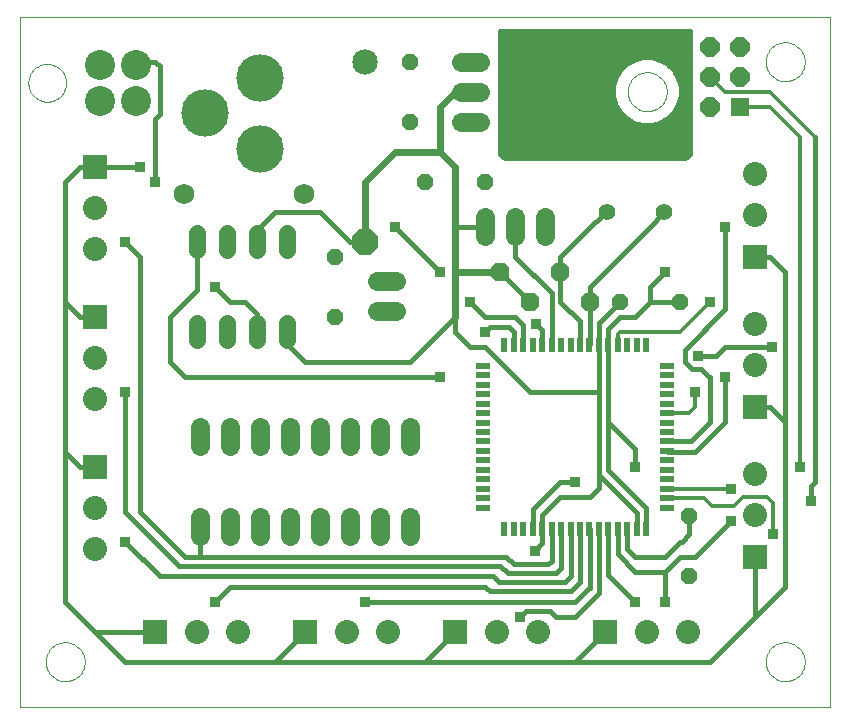
<source format=gtl>
G75*
G70*
%OFA0B0*%
%FSLAX24Y24*%
%IPPOS*%
%LPD*%
%AMOC8*
5,1,8,0,0,1.08239X$1,22.5*
%
%ADD10C,0.0000*%
%ADD11C,0.0560*%
%ADD12OC8,0.0630*%
%ADD13C,0.0680*%
%ADD14R,0.0220X0.0470*%
%ADD15R,0.0470X0.0220*%
%ADD16C,0.0560*%
%ADD17C,0.1000*%
%ADD18C,0.0640*%
%ADD19R,0.0640X0.0640*%
%ADD20OC8,0.0640*%
%ADD21C,0.0850*%
%ADD22OC8,0.0850*%
%ADD23OC8,0.0560*%
%ADD24R,0.0800X0.0800*%
%ADD25C,0.0800*%
%ADD26C,0.0622*%
%ADD27C,0.1580*%
%ADD28C,0.0160*%
%ADD29R,0.0360X0.0360*%
%ADD30C,0.0120*%
%ADD31C,0.0240*%
D10*
X000343Y000343D02*
X000343Y023343D01*
X027343Y023343D01*
X027343Y000343D01*
X000343Y000343D01*
X001193Y001843D02*
X001195Y001893D01*
X001201Y001943D01*
X001211Y001993D01*
X001224Y002041D01*
X001241Y002089D01*
X001262Y002135D01*
X001286Y002179D01*
X001314Y002221D01*
X001345Y002261D01*
X001379Y002298D01*
X001416Y002333D01*
X001455Y002364D01*
X001496Y002393D01*
X001540Y002418D01*
X001586Y002440D01*
X001633Y002458D01*
X001681Y002472D01*
X001730Y002483D01*
X001780Y002490D01*
X001830Y002493D01*
X001881Y002492D01*
X001931Y002487D01*
X001981Y002478D01*
X002029Y002466D01*
X002077Y002449D01*
X002123Y002429D01*
X002168Y002406D01*
X002211Y002379D01*
X002251Y002349D01*
X002289Y002316D01*
X002324Y002280D01*
X002357Y002241D01*
X002386Y002200D01*
X002412Y002157D01*
X002435Y002112D01*
X002454Y002065D01*
X002469Y002017D01*
X002481Y001968D01*
X002489Y001918D01*
X002493Y001868D01*
X002493Y001818D01*
X002489Y001768D01*
X002481Y001718D01*
X002469Y001669D01*
X002454Y001621D01*
X002435Y001574D01*
X002412Y001529D01*
X002386Y001486D01*
X002357Y001445D01*
X002324Y001406D01*
X002289Y001370D01*
X002251Y001337D01*
X002211Y001307D01*
X002168Y001280D01*
X002123Y001257D01*
X002077Y001237D01*
X002029Y001220D01*
X001981Y001208D01*
X001931Y001199D01*
X001881Y001194D01*
X001830Y001193D01*
X001780Y001196D01*
X001730Y001203D01*
X001681Y001214D01*
X001633Y001228D01*
X001586Y001246D01*
X001540Y001268D01*
X001496Y001293D01*
X001455Y001322D01*
X001416Y001353D01*
X001379Y001388D01*
X001345Y001425D01*
X001314Y001465D01*
X001286Y001507D01*
X001262Y001551D01*
X001241Y001597D01*
X001224Y001645D01*
X001211Y001693D01*
X001201Y001743D01*
X001195Y001793D01*
X001193Y001843D01*
X020593Y020843D02*
X020595Y020893D01*
X020601Y020943D01*
X020611Y020993D01*
X020624Y021041D01*
X020641Y021089D01*
X020662Y021135D01*
X020686Y021179D01*
X020714Y021221D01*
X020745Y021261D01*
X020779Y021298D01*
X020816Y021333D01*
X020855Y021364D01*
X020896Y021393D01*
X020940Y021418D01*
X020986Y021440D01*
X021033Y021458D01*
X021081Y021472D01*
X021130Y021483D01*
X021180Y021490D01*
X021230Y021493D01*
X021281Y021492D01*
X021331Y021487D01*
X021381Y021478D01*
X021429Y021466D01*
X021477Y021449D01*
X021523Y021429D01*
X021568Y021406D01*
X021611Y021379D01*
X021651Y021349D01*
X021689Y021316D01*
X021724Y021280D01*
X021757Y021241D01*
X021786Y021200D01*
X021812Y021157D01*
X021835Y021112D01*
X021854Y021065D01*
X021869Y021017D01*
X021881Y020968D01*
X021889Y020918D01*
X021893Y020868D01*
X021893Y020818D01*
X021889Y020768D01*
X021881Y020718D01*
X021869Y020669D01*
X021854Y020621D01*
X021835Y020574D01*
X021812Y020529D01*
X021786Y020486D01*
X021757Y020445D01*
X021724Y020406D01*
X021689Y020370D01*
X021651Y020337D01*
X021611Y020307D01*
X021568Y020280D01*
X021523Y020257D01*
X021477Y020237D01*
X021429Y020220D01*
X021381Y020208D01*
X021331Y020199D01*
X021281Y020194D01*
X021230Y020193D01*
X021180Y020196D01*
X021130Y020203D01*
X021081Y020214D01*
X021033Y020228D01*
X020986Y020246D01*
X020940Y020268D01*
X020896Y020293D01*
X020855Y020322D01*
X020816Y020353D01*
X020779Y020388D01*
X020745Y020425D01*
X020714Y020465D01*
X020686Y020507D01*
X020662Y020551D01*
X020641Y020597D01*
X020624Y020645D01*
X020611Y020693D01*
X020601Y020743D01*
X020595Y020793D01*
X020593Y020843D01*
X025193Y021843D02*
X025195Y021893D01*
X025201Y021943D01*
X025211Y021993D01*
X025224Y022041D01*
X025241Y022089D01*
X025262Y022135D01*
X025286Y022179D01*
X025314Y022221D01*
X025345Y022261D01*
X025379Y022298D01*
X025416Y022333D01*
X025455Y022364D01*
X025496Y022393D01*
X025540Y022418D01*
X025586Y022440D01*
X025633Y022458D01*
X025681Y022472D01*
X025730Y022483D01*
X025780Y022490D01*
X025830Y022493D01*
X025881Y022492D01*
X025931Y022487D01*
X025981Y022478D01*
X026029Y022466D01*
X026077Y022449D01*
X026123Y022429D01*
X026168Y022406D01*
X026211Y022379D01*
X026251Y022349D01*
X026289Y022316D01*
X026324Y022280D01*
X026357Y022241D01*
X026386Y022200D01*
X026412Y022157D01*
X026435Y022112D01*
X026454Y022065D01*
X026469Y022017D01*
X026481Y021968D01*
X026489Y021918D01*
X026493Y021868D01*
X026493Y021818D01*
X026489Y021768D01*
X026481Y021718D01*
X026469Y021669D01*
X026454Y021621D01*
X026435Y021574D01*
X026412Y021529D01*
X026386Y021486D01*
X026357Y021445D01*
X026324Y021406D01*
X026289Y021370D01*
X026251Y021337D01*
X026211Y021307D01*
X026168Y021280D01*
X026123Y021257D01*
X026077Y021237D01*
X026029Y021220D01*
X025981Y021208D01*
X025931Y021199D01*
X025881Y021194D01*
X025830Y021193D01*
X025780Y021196D01*
X025730Y021203D01*
X025681Y021214D01*
X025633Y021228D01*
X025586Y021246D01*
X025540Y021268D01*
X025496Y021293D01*
X025455Y021322D01*
X025416Y021353D01*
X025379Y021388D01*
X025345Y021425D01*
X025314Y021465D01*
X025286Y021507D01*
X025262Y021551D01*
X025241Y021597D01*
X025224Y021645D01*
X025211Y021693D01*
X025201Y021743D01*
X025195Y021793D01*
X025193Y021843D01*
X025193Y001843D02*
X025195Y001893D01*
X025201Y001943D01*
X025211Y001993D01*
X025224Y002041D01*
X025241Y002089D01*
X025262Y002135D01*
X025286Y002179D01*
X025314Y002221D01*
X025345Y002261D01*
X025379Y002298D01*
X025416Y002333D01*
X025455Y002364D01*
X025496Y002393D01*
X025540Y002418D01*
X025586Y002440D01*
X025633Y002458D01*
X025681Y002472D01*
X025730Y002483D01*
X025780Y002490D01*
X025830Y002493D01*
X025881Y002492D01*
X025931Y002487D01*
X025981Y002478D01*
X026029Y002466D01*
X026077Y002449D01*
X026123Y002429D01*
X026168Y002406D01*
X026211Y002379D01*
X026251Y002349D01*
X026289Y002316D01*
X026324Y002280D01*
X026357Y002241D01*
X026386Y002200D01*
X026412Y002157D01*
X026435Y002112D01*
X026454Y002065D01*
X026469Y002017D01*
X026481Y001968D01*
X026489Y001918D01*
X026493Y001868D01*
X026493Y001818D01*
X026489Y001768D01*
X026481Y001718D01*
X026469Y001669D01*
X026454Y001621D01*
X026435Y001574D01*
X026412Y001529D01*
X026386Y001486D01*
X026357Y001445D01*
X026324Y001406D01*
X026289Y001370D01*
X026251Y001337D01*
X026211Y001307D01*
X026168Y001280D01*
X026123Y001257D01*
X026077Y001237D01*
X026029Y001220D01*
X025981Y001208D01*
X025931Y001199D01*
X025881Y001194D01*
X025830Y001193D01*
X025780Y001196D01*
X025730Y001203D01*
X025681Y001214D01*
X025633Y001228D01*
X025586Y001246D01*
X025540Y001268D01*
X025496Y001293D01*
X025455Y001322D01*
X025416Y001353D01*
X025379Y001388D01*
X025345Y001425D01*
X025314Y001465D01*
X025286Y001507D01*
X025262Y001551D01*
X025241Y001597D01*
X025224Y001645D01*
X025211Y001693D01*
X025201Y001743D01*
X025195Y001793D01*
X025193Y001843D01*
X000610Y021140D02*
X000612Y021190D01*
X000618Y021240D01*
X000628Y021289D01*
X000642Y021337D01*
X000659Y021384D01*
X000680Y021429D01*
X000705Y021473D01*
X000733Y021514D01*
X000765Y021553D01*
X000799Y021590D01*
X000836Y021624D01*
X000876Y021654D01*
X000918Y021681D01*
X000962Y021705D01*
X001008Y021726D01*
X001055Y021742D01*
X001103Y021755D01*
X001153Y021764D01*
X001202Y021769D01*
X001253Y021770D01*
X001303Y021767D01*
X001352Y021760D01*
X001401Y021749D01*
X001449Y021734D01*
X001495Y021716D01*
X001540Y021694D01*
X001583Y021668D01*
X001624Y021639D01*
X001663Y021607D01*
X001699Y021572D01*
X001731Y021534D01*
X001761Y021494D01*
X001788Y021451D01*
X001811Y021407D01*
X001830Y021361D01*
X001846Y021313D01*
X001858Y021264D01*
X001866Y021215D01*
X001870Y021165D01*
X001870Y021115D01*
X001866Y021065D01*
X001858Y021016D01*
X001846Y020967D01*
X001830Y020919D01*
X001811Y020873D01*
X001788Y020829D01*
X001761Y020786D01*
X001731Y020746D01*
X001699Y020708D01*
X001663Y020673D01*
X001624Y020641D01*
X001583Y020612D01*
X001540Y020586D01*
X001495Y020564D01*
X001449Y020546D01*
X001401Y020531D01*
X001352Y020520D01*
X001303Y020513D01*
X001253Y020510D01*
X001202Y020511D01*
X001153Y020516D01*
X001103Y020525D01*
X001055Y020538D01*
X001008Y020554D01*
X000962Y020575D01*
X000918Y020599D01*
X000876Y020626D01*
X000836Y020656D01*
X000799Y020690D01*
X000765Y020727D01*
X000733Y020766D01*
X000705Y020807D01*
X000680Y020851D01*
X000659Y020896D01*
X000642Y020943D01*
X000628Y020991D01*
X000618Y021040D01*
X000612Y021090D01*
X000610Y021140D01*
D11*
X019893Y016843D03*
X021793Y016843D03*
D12*
X019343Y013843D03*
X018343Y014843D03*
X017343Y013843D03*
X016343Y014843D03*
D13*
X009793Y017443D03*
X005793Y017443D03*
D14*
X016480Y012414D03*
X016795Y012414D03*
X017110Y012414D03*
X017425Y012414D03*
X017740Y012414D03*
X018055Y012414D03*
X018370Y012414D03*
X018685Y012414D03*
X019000Y012414D03*
X019315Y012414D03*
X019630Y012414D03*
X019945Y012414D03*
X020260Y012414D03*
X020575Y012414D03*
X020890Y012414D03*
X021205Y012414D03*
X021205Y006272D03*
X020890Y006272D03*
X020575Y006272D03*
X020260Y006272D03*
X019945Y006272D03*
X019630Y006272D03*
X019315Y006272D03*
X019000Y006272D03*
X018685Y006272D03*
X018370Y006272D03*
X018055Y006272D03*
X017740Y006272D03*
X017425Y006272D03*
X017110Y006272D03*
X016795Y006272D03*
X016480Y006272D03*
D15*
X015772Y006980D03*
X015772Y007295D03*
X015772Y007610D03*
X015772Y007925D03*
X015772Y008240D03*
X015772Y008555D03*
X015772Y008870D03*
X015772Y009185D03*
X015772Y009500D03*
X015772Y009815D03*
X015772Y010130D03*
X015772Y010445D03*
X015772Y010760D03*
X015772Y011075D03*
X015772Y011390D03*
X015772Y011705D03*
X021914Y011705D03*
X021914Y011390D03*
X021914Y011075D03*
X021914Y010760D03*
X021914Y010445D03*
X021914Y010130D03*
X021914Y009815D03*
X021914Y009500D03*
X021914Y009185D03*
X021914Y008870D03*
X021914Y008555D03*
X021914Y008240D03*
X021914Y007925D03*
X021914Y007610D03*
X021914Y007295D03*
X021914Y006980D03*
D16*
X009243Y012563D02*
X009243Y013123D01*
X008243Y013123D02*
X008243Y012563D01*
X007243Y012563D02*
X007243Y013123D01*
X006243Y013123D02*
X006243Y012563D01*
X006243Y015563D02*
X006243Y016123D01*
X007243Y016123D02*
X007243Y015563D01*
X008243Y015563D02*
X008243Y016123D01*
X009243Y016123D02*
X009243Y015563D01*
D17*
X004193Y020549D03*
X004193Y021730D03*
X003012Y021730D03*
X003012Y020549D03*
D18*
X012223Y014543D02*
X012863Y014543D01*
X012863Y013543D02*
X012223Y013543D01*
X015843Y016023D02*
X015843Y016663D01*
X016843Y016663D02*
X016843Y016023D01*
X017843Y016023D02*
X017843Y016663D01*
X015663Y019843D02*
X015023Y019843D01*
X015023Y020843D02*
X015663Y020843D01*
X015663Y021843D02*
X015023Y021843D01*
D19*
X024343Y020343D03*
D20*
X023343Y020343D03*
X023343Y021343D03*
X024343Y021343D03*
X024343Y022343D03*
X023343Y022343D03*
D21*
X011843Y021843D03*
D22*
X011843Y015843D03*
D23*
X010843Y015343D03*
X010843Y013343D03*
X013843Y017843D03*
X015843Y017843D03*
X013343Y019843D03*
X013343Y021843D03*
X020343Y013843D03*
X022343Y013843D03*
X022643Y006693D03*
X022643Y004693D03*
D24*
X024843Y005343D03*
X019843Y002843D03*
X014843Y002843D03*
X009843Y002843D03*
X004843Y002843D03*
X002843Y008343D03*
X002843Y013343D03*
X002843Y018343D03*
X024843Y015343D03*
X024843Y010343D03*
D25*
X024843Y011721D03*
X024843Y013099D03*
X024843Y016721D03*
X024843Y018099D03*
X024843Y008099D03*
X024843Y006721D03*
X022599Y002843D03*
X021221Y002843D03*
X017599Y002843D03*
X016221Y002843D03*
X012599Y002843D03*
X011221Y002843D03*
X007599Y002843D03*
X006221Y002843D03*
X002843Y005587D03*
X002843Y006965D03*
X002843Y010587D03*
X002843Y011965D03*
X002843Y015587D03*
X002843Y016965D03*
D26*
X006343Y009654D02*
X006343Y009032D01*
X007343Y009032D02*
X007343Y009654D01*
X008343Y009654D02*
X008343Y009032D01*
X009343Y009032D02*
X009343Y009654D01*
X010343Y009654D02*
X010343Y009032D01*
X011343Y009032D02*
X011343Y009654D01*
X012343Y009654D02*
X012343Y009032D01*
X013343Y009032D02*
X013343Y009654D01*
X013343Y006654D02*
X013343Y006032D01*
X012343Y006032D02*
X012343Y006654D01*
X011343Y006654D02*
X011343Y006032D01*
X010343Y006032D02*
X010343Y006654D01*
X009343Y006654D02*
X009343Y006032D01*
X008343Y006032D02*
X008343Y006654D01*
X007343Y006654D02*
X007343Y006032D01*
X006343Y006032D02*
X006343Y006654D01*
D27*
X008343Y018949D03*
X006492Y020130D03*
X008343Y021311D03*
D28*
X004993Y021693D02*
X004993Y020093D01*
X004843Y019943D01*
X004843Y017843D01*
X004343Y018343D02*
X002843Y018343D01*
X002343Y018343D01*
X001843Y017843D01*
X001843Y013843D01*
X001843Y008843D01*
X001843Y003843D01*
X002843Y002843D01*
X003843Y001843D01*
X008843Y001843D01*
X013843Y001843D01*
X018843Y001843D01*
X023343Y001843D01*
X024843Y003343D01*
X025843Y004343D01*
X025843Y009843D01*
X025843Y014843D01*
X025343Y015343D01*
X024843Y015343D01*
X023843Y016343D02*
X023843Y013593D01*
X022493Y012243D01*
X022493Y011843D01*
X022743Y011593D01*
X023043Y011593D01*
X023293Y011343D01*
X023343Y011343D01*
X023343Y009843D01*
X022685Y009185D01*
X021914Y009185D01*
X021914Y008870D02*
X021941Y008843D01*
X022843Y008843D01*
X023843Y009843D01*
X023843Y011343D01*
X023543Y012043D02*
X023843Y012343D01*
X025393Y012343D01*
X023543Y012043D02*
X022943Y012043D01*
X022343Y013843D02*
X021343Y013843D01*
X021343Y014343D01*
X021843Y014843D01*
X021343Y013843D02*
X020843Y013343D01*
X020343Y013343D01*
X019945Y012945D01*
X019945Y012414D01*
X019945Y009843D01*
X020843Y008945D01*
X020843Y008343D01*
X019945Y008240D02*
X021205Y006980D01*
X021205Y006272D01*
X020890Y006272D02*
X020890Y006795D01*
X019630Y008055D01*
X019630Y007630D01*
X019343Y007343D01*
X018343Y007343D01*
X017740Y006740D01*
X017740Y006272D01*
X017740Y005790D01*
X017493Y005543D01*
X017943Y005093D02*
X016793Y005093D01*
X016543Y005343D01*
X006343Y005343D01*
X006343Y006343D01*
X006343Y005343D02*
X005843Y005343D01*
X004343Y006843D01*
X004343Y015343D01*
X003843Y015843D01*
X001843Y013843D02*
X002343Y013343D01*
X002843Y013343D01*
X005343Y013343D02*
X005343Y011843D01*
X005843Y011343D01*
X014343Y011343D01*
X013343Y011843D02*
X014843Y013343D01*
X014843Y012843D01*
X015343Y012343D01*
X015843Y012343D01*
X017343Y010843D01*
X019630Y010843D01*
X019630Y012414D01*
X019630Y013130D01*
X020343Y013843D01*
X019343Y013843D02*
X019343Y014343D01*
X021293Y016293D01*
X021793Y016843D01*
X019893Y016843D02*
X019393Y016393D01*
X018343Y015343D01*
X018343Y014843D01*
X018343Y013843D01*
X019000Y013185D01*
X019000Y012414D01*
X019315Y012414D02*
X019343Y012441D01*
X019343Y013843D01*
X018055Y014130D02*
X016843Y015343D01*
X016843Y016343D01*
X015843Y016343D02*
X014843Y016343D01*
X014343Y014843D02*
X012843Y016343D01*
X011843Y015843D02*
X011343Y015843D01*
X010343Y016843D01*
X008843Y016843D01*
X008343Y016343D01*
X008343Y015943D01*
X008243Y015843D01*
X006843Y014343D02*
X007343Y013843D01*
X007843Y013843D01*
X008243Y013443D01*
X008243Y012843D01*
X009243Y012843D02*
X009243Y012443D01*
X009843Y011843D01*
X013343Y011843D01*
X015343Y013843D02*
X015843Y013343D01*
X016843Y013343D01*
X017110Y013075D01*
X017110Y012414D01*
X016795Y012414D02*
X016795Y012840D01*
X016643Y012993D01*
X015993Y012993D01*
X015843Y012843D01*
X017343Y013843D02*
X016343Y014843D01*
X018055Y014130D02*
X018055Y012414D01*
X017740Y012414D02*
X017740Y012895D01*
X017543Y013093D01*
X019630Y010843D02*
X019630Y008055D01*
X019945Y008240D02*
X019945Y009843D01*
X018843Y007843D02*
X018343Y007843D01*
X017425Y006925D01*
X017425Y006272D01*
X018055Y006272D02*
X018055Y005205D01*
X017943Y005093D01*
X018193Y004793D02*
X016593Y004793D01*
X016343Y005043D01*
X005643Y005043D01*
X003843Y006843D01*
X003843Y010843D01*
X001843Y008843D02*
X002343Y008343D01*
X002843Y008343D01*
X003843Y005843D02*
X004993Y004693D01*
X016093Y004693D01*
X016293Y004493D01*
X018493Y004493D01*
X018685Y004685D01*
X018685Y006272D01*
X018370Y006272D02*
X018370Y004970D01*
X018193Y004793D01*
X018693Y004193D02*
X015993Y004193D01*
X015843Y004343D01*
X007343Y004343D01*
X006843Y003843D01*
X004843Y002843D02*
X002843Y002843D01*
X008843Y001843D02*
X009843Y002843D01*
X011843Y003843D02*
X018843Y003843D01*
X019293Y004293D01*
X019343Y004293D01*
X019343Y006272D01*
X019315Y006272D01*
X019000Y006272D02*
X019000Y004500D01*
X018693Y004193D01*
X018843Y003343D02*
X018193Y003343D01*
X017993Y003543D01*
X017193Y003543D01*
X016993Y003343D01*
X018843Y003343D02*
X019630Y004130D01*
X019630Y006272D01*
X019945Y006272D02*
X019945Y004740D01*
X020843Y003843D01*
X021843Y003843D02*
X021843Y004843D01*
X020843Y004843D01*
X020260Y005425D01*
X020260Y006272D01*
X020575Y006272D02*
X020575Y005610D01*
X020843Y005343D01*
X021843Y005343D01*
X022343Y005843D01*
X022393Y005843D01*
X022643Y006093D01*
X022643Y006693D01*
X022843Y005343D02*
X022343Y005343D01*
X021843Y004843D01*
X022843Y005343D02*
X024043Y006543D01*
X024843Y005343D02*
X024843Y003343D01*
X026693Y007193D02*
X026693Y007693D01*
X026843Y007843D01*
X026843Y019343D01*
X025343Y010343D02*
X024843Y010343D01*
X025343Y010343D02*
X025843Y009843D01*
X019843Y002843D02*
X018843Y001843D01*
X014843Y002843D02*
X013843Y001843D01*
X005343Y013343D02*
X006243Y014243D01*
X006243Y015843D01*
X004993Y021693D02*
X004843Y021843D01*
X004305Y021843D01*
X004193Y021730D01*
D29*
X004343Y018343D03*
X004843Y017843D03*
X003843Y015843D03*
X006843Y014343D03*
X003843Y010843D03*
X003843Y005843D03*
X006843Y003843D03*
X011843Y003843D03*
X016993Y003343D03*
X017493Y005543D03*
X018843Y007843D03*
X020843Y008343D03*
X022843Y010843D03*
X023843Y011343D03*
X022943Y012043D03*
X023343Y013843D03*
X021843Y014843D03*
X023843Y016343D03*
X025393Y012343D03*
X026343Y008343D03*
X026693Y007193D03*
X025443Y006093D03*
X024043Y006543D03*
X024043Y007593D03*
X021843Y003843D03*
X020843Y003843D03*
X014343Y011343D03*
X015843Y012843D03*
X015343Y013843D03*
X014343Y014843D03*
X012843Y016343D03*
X017543Y013093D03*
D30*
X020260Y012760D02*
X020260Y012414D01*
X020260Y012760D02*
X020343Y012843D01*
X022343Y012843D01*
X023343Y013843D01*
X022843Y010843D02*
X022843Y010343D01*
X022630Y010130D01*
X021914Y010130D01*
X021914Y007610D02*
X021931Y007593D01*
X024043Y007593D01*
X024443Y007343D02*
X024143Y007043D01*
X023393Y007043D01*
X023140Y007295D01*
X021914Y007295D01*
X024443Y007343D02*
X025243Y007343D01*
X025443Y007143D01*
X025443Y006093D01*
X026343Y008343D02*
X026343Y019343D01*
X025343Y020343D01*
X024343Y020343D01*
X023843Y020843D02*
X023343Y021343D01*
X023843Y020843D02*
X025343Y020843D01*
X026843Y019343D01*
X022693Y019310D02*
X016343Y019310D01*
X016343Y019428D02*
X022693Y019428D01*
X022693Y019547D02*
X016343Y019547D01*
X016343Y019665D02*
X022693Y019665D01*
X022693Y019784D02*
X021580Y019784D01*
X021671Y019808D02*
X021389Y019733D01*
X021096Y019733D01*
X020814Y019808D01*
X020561Y019954D01*
X020354Y020161D01*
X020208Y020414D01*
X020133Y020696D01*
X020133Y020989D01*
X020208Y021271D01*
X020354Y021524D01*
X020561Y021731D01*
X020814Y021877D01*
X021096Y021953D01*
X021389Y021953D01*
X021671Y021877D01*
X021924Y021731D01*
X022131Y021524D01*
X022277Y021271D01*
X022353Y020989D01*
X022353Y020696D01*
X022277Y020414D01*
X022131Y020161D01*
X021924Y019954D01*
X021671Y019808D01*
X021834Y019902D02*
X022693Y019902D01*
X022693Y020021D02*
X021991Y020021D01*
X022109Y020139D02*
X022693Y020139D01*
X022693Y020258D02*
X022187Y020258D01*
X022255Y020376D02*
X022693Y020376D01*
X022693Y020495D02*
X022299Y020495D01*
X022330Y020614D02*
X022693Y020614D01*
X022693Y020732D02*
X022353Y020732D01*
X022353Y020851D02*
X022693Y020851D01*
X022693Y020969D02*
X022353Y020969D01*
X022326Y021088D02*
X022693Y021088D01*
X022693Y021206D02*
X022294Y021206D01*
X022246Y021325D02*
X022693Y021325D01*
X022693Y021443D02*
X022178Y021443D01*
X022093Y021562D02*
X022693Y021562D01*
X022693Y021680D02*
X021975Y021680D01*
X021806Y021799D02*
X022693Y021799D01*
X022693Y021918D02*
X021520Y021918D01*
X020966Y021918D02*
X016343Y021918D01*
X016343Y022036D02*
X022693Y022036D01*
X022693Y022155D02*
X016343Y022155D01*
X016343Y022273D02*
X022693Y022273D01*
X022693Y022392D02*
X016343Y022392D01*
X016343Y022510D02*
X022693Y022510D01*
X022693Y022629D02*
X016343Y022629D01*
X016343Y022747D02*
X022693Y022747D01*
X022693Y022866D02*
X016343Y022866D01*
X016343Y022883D02*
X022693Y022883D01*
X022693Y018743D01*
X022543Y018593D01*
X016493Y018593D01*
X016343Y018743D01*
X016343Y022883D01*
X016343Y021799D02*
X020679Y021799D01*
X020511Y021680D02*
X016343Y021680D01*
X016343Y021562D02*
X020392Y021562D01*
X020308Y021443D02*
X016343Y021443D01*
X016343Y021325D02*
X020239Y021325D01*
X020191Y021206D02*
X016343Y021206D01*
X016343Y021088D02*
X020159Y021088D01*
X020133Y020969D02*
X016343Y020969D01*
X016343Y020851D02*
X020133Y020851D01*
X020133Y020732D02*
X016343Y020732D01*
X016343Y020614D02*
X020155Y020614D01*
X020187Y020495D02*
X016343Y020495D01*
X016343Y020376D02*
X020230Y020376D01*
X020299Y020258D02*
X016343Y020258D01*
X016343Y020139D02*
X020376Y020139D01*
X020495Y020021D02*
X016343Y020021D01*
X016343Y019902D02*
X020651Y019902D01*
X020906Y019784D02*
X016343Y019784D01*
X016343Y019191D02*
X022693Y019191D01*
X022693Y019073D02*
X016343Y019073D01*
X016343Y018954D02*
X022693Y018954D01*
X022693Y018835D02*
X016343Y018835D01*
X016368Y018717D02*
X022667Y018717D01*
X022548Y018598D02*
X016487Y018598D01*
D31*
X014843Y018343D02*
X014843Y016343D01*
X014843Y014843D01*
X014843Y013343D01*
X014843Y014843D02*
X016343Y014843D01*
X014843Y018343D02*
X014343Y018843D01*
X012843Y018843D01*
X011843Y017843D01*
X011843Y015843D01*
X014343Y018843D02*
X014343Y020343D01*
X014843Y020843D01*
X015343Y020843D01*
M02*

</source>
